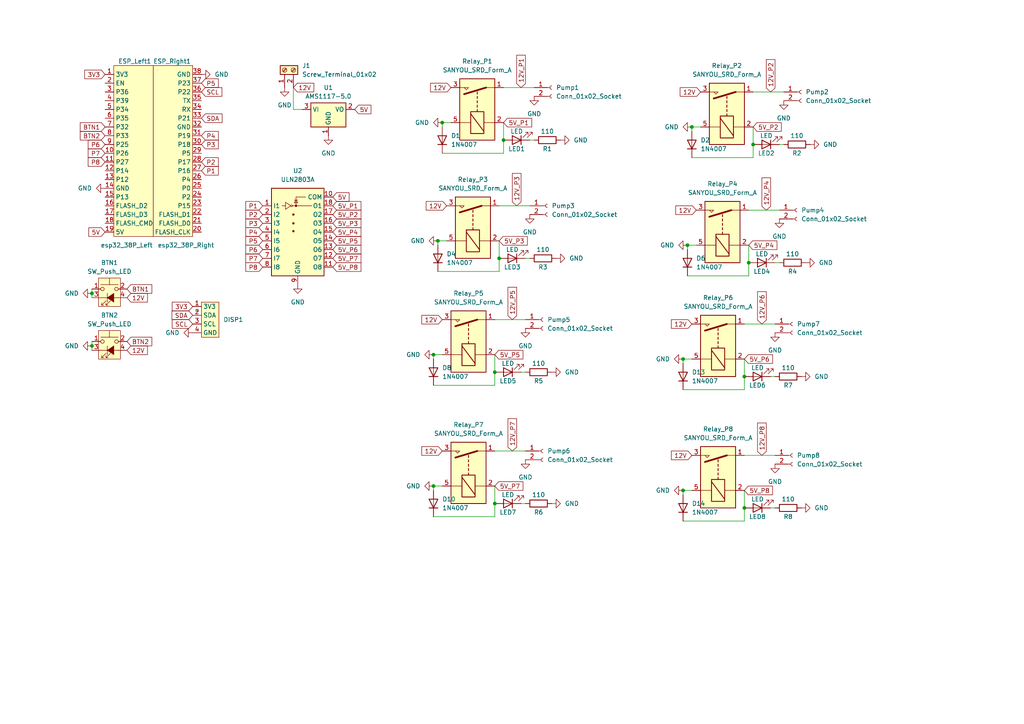
<source format=kicad_sch>
(kicad_sch (version 20230121) (generator eeschema)
  (paper "A4")
  (lib_symbols
    (symbol "Connector:Conn_01x02_Socket" (pin_names (offset 1.016) hide)
      (property "Reference" "J" (at 0 2.54 0))
      (property "Value" "Conn_01x02_Socket" (at 0 -5.08 0))
      (symbol "Conn_01x02_Socket_1_1"
        (arc (start 0 -2.032) (mid -0.5058 -2.54) (end 0 -3.048) (stroke (width 0.1524)))
        (polyline (pts (xy -1.27 -2.54) (xy -0.508 -2.54)) (stroke (width 0.1524)))
        (polyline (pts (xy -1.27 0) (xy -0.508 0)) (stroke (width 0.1524)))
        (arc (start 0 0.508) (mid -0.5058 0) (end 0 -0.508) (stroke (width 0.1524)))
        (pin passive line (at -5.08 0 0) (length 3.81) (name "Pin_1") (number "1"))
        (pin passive line (at -5.08 -2.54 0) (length 3.81) (name "Pin_2") (number "2"))
      )
    )
    (symbol "Connector:Screw_Terminal_01x02" (pin_names (offset 1.016) hide)
      (property "Reference" "J" (at 0 2.54 0))
      (property "Value" "Screw_Terminal_01x02" (at 0 -5.08 0))
      (symbol "Screw_Terminal_01x02_1_1"
        (rectangle (start -1.27 1.27) (end 1.27 -3.81) (stroke (width 0.254)) (fill (type background)))
        (circle (center 0 -2.54) (radius 0.635) (stroke (width 0.1524)))
        (polyline (pts (xy -0.5334 -2.2098) (xy 0.3302 -3.048)) (stroke (width 0.1524)))
        (polyline (pts (xy -0.5334 0.3302) (xy 0.3302 -0.508)) (stroke (width 0.1524)))
        (polyline (pts (xy -0.3556 -2.032) (xy 0.508 -2.8702)) (stroke (width 0.1524)))
        (polyline (pts (xy -0.3556 0.508) (xy 0.508 -0.3302)) (stroke (width 0.1524)))
        (circle (center 0 0) (radius 0.635) (stroke (width 0.1524)))
        (pin passive line (at -5.08 0 0) (length 3.81) (name "Pin_1") (number "1"))
        (pin passive line (at -5.08 -2.54 0) (length 3.81) (name "Pin_2") (number "2"))
      )
    )
    (symbol "Device:LED" (pin_numbers hide) (pin_names (offset 1.016) hide)
      (property "Reference" "D" (at 0 2.54 0))
      (property "Value" "LED" (at 0 -2.54 0))
      (symbol "LED_0_1"
        (polyline (pts (xy -1.27 -1.27) (xy -1.27 1.27)) (stroke (width 0.254)))
        (polyline (pts (xy -1.27 0) (xy 1.27 0)))
        (polyline (pts (xy 1.27 -1.27) (xy 1.27 1.27) (xy -1.27 0) (xy 1.27 -1.27)) (stroke (width 0.254)))
        (polyline (pts (xy -3.048 -0.762) (xy -4.572 -2.286) (xy -3.81 -2.286) (xy -4.572 -2.286) (xy -4.572 -1.524)))
        (polyline (pts (xy -1.778 -0.762) (xy -3.302 -2.286) (xy -2.54 -2.286) (xy -3.302 -2.286) (xy -3.302 -1.524)))
      )
      (symbol "LED_1_1"
        (pin passive line (at -3.81 0 0) (length 2.54) (name "K") (number "1"))
        (pin passive line (at 3.81 0 180) (length 2.54) (name "A") (number "2"))
      )
    )
    (symbol "Device:R" (pin_numbers hide) (pin_names (offset 0))
      (property "Reference" "R" (at 2.032 0 90))
      (property "Value" "R" (at 0 0 90))
      (symbol "R_0_1"
        (rectangle (start -1.016 -2.54) (end 1.016 2.54) (stroke (width 0.254)))
      )
      (symbol "R_1_1"
        (pin passive line (at 0 3.81 270) (length 1.27) (name "~") (number "1"))
        (pin passive line (at 0 -3.81 90) (length 1.27) (name "~") (number "2"))
      )
    )
    (symbol "Diode:1N4007" (pin_numbers hide) (pin_names hide)
      (property "Reference" "D" (at 0 2.54 0))
      (property "Value" "1N4007" (at 0 -2.54 0))
      (symbol "1N4007_0_1"
        (polyline (pts (xy -1.27 1.27) (xy -1.27 -1.27)) (stroke (width 0.254)))
        (polyline (pts (xy 1.27 0) (xy -1.27 0)))
        (polyline (pts (xy 1.27 1.27) (xy 1.27 -1.27) (xy -1.27 0) (xy 1.27 1.27)) (stroke (width 0.254)))
      )
      (symbol "1N4007_1_1"
        (pin passive line (at -3.81 0 0) (length 2.54) (name "K") (number "1"))
        (pin passive line (at 3.81 0 180) (length 2.54) (name "A") (number "2"))
      )
    )
    (symbol "Regulator_Linear:AMS1117-5.0"
      (property "Reference" "U" (at -3.81 3.175 0))
      (property "Value" "AMS1117-5.0" (at 0 3.175 0))
      (symbol "AMS1117-5.0_0_1"
        (rectangle (start -5.08 -5.08) (end 5.08 1.905) (stroke (width 0.254)) (fill (type background)))
      )
      (symbol "AMS1117-5.0_1_1"
        (pin power_in line (at 0 -7.62 90) (length 2.54) (name "GND") (number "1"))
        (pin power_out line (at 7.62 0 180) (length 2.54) (name "VO") (number "2"))
        (pin power_in line (at -7.62 0 0) (length 2.54) (name "VI") (number "3"))
      )
    )
    (symbol "Relay:SANYOU_SRD_Form_A"
      (property "Reference" "K" (at 8.89 3.81 0))
      (property "Value" "SANYOU_SRD_Form_A" (at 8.89 1.27 0))
      (symbol "SANYOU_SRD_Form_A_0_0"
        (polyline (pts (xy 5.08 5.08) (xy 5.08 2.54) (xy 4.445 3.175) (xy 5.08 3.81)))
      )
      (symbol "SANYOU_SRD_Form_A_0_1"
        (rectangle (start -10.16 5.08) (end 7.62 -5.08) (stroke (width 0.254)) (fill (type background)))
        (rectangle (start -8.255 1.905) (end -1.905 -1.905) (stroke (width 0.254)))
        (polyline (pts (xy -7.62 -1.905) (xy -2.54 1.905)) (stroke (width 0.254)))
        (polyline (pts (xy -5.08 -5.08) (xy -5.08 -1.905)))
        (polyline (pts (xy -5.08 5.08) (xy -5.08 1.905)))
        (polyline (pts (xy -1.905 0) (xy -1.27 0)) (stroke (width 0.254)))
        (polyline (pts (xy -0.635 0) (xy 0 0)) (stroke (width 0.254)))
        (polyline (pts (xy 0.635 0) (xy 1.27 0)) (stroke (width 0.254)))
        (polyline (pts (xy 1.905 0) (xy 2.54 0)) (stroke (width 0.254)))
        (polyline (pts (xy 3.175 0) (xy 3.81 0)) (stroke (width 0.254)))
        (polyline (pts (xy 5.08 -2.54) (xy 3.175 3.81)) (stroke (width 0.508)))
        (polyline (pts (xy 5.08 -2.54) (xy 5.08 -5.08)))
      )
      (symbol "SANYOU_SRD_Form_A_1_1"
        (pin passive line (at 5.08 -7.62 90) (length 2.54) (name "~") (number "1"))
        (pin passive line (at -5.08 -7.62 90) (length 2.54) (name "~") (number "2"))
        (pin passive line (at 5.08 7.62 270) (length 2.54) (name "~") (number "3"))
        (pin passive line (at -5.08 7.62 270) (length 2.54) (name "~") (number "5"))
      )
    )
    (symbol "Switch:SW_Push_LED" (pin_names (offset 1.016) hide)
      (property "Reference" "SW" (at 0 7.62 0))
      (property "Value" "SW_Push_LED" (at 0 -3.81 0))
      (symbol "SW_Push_LED_0_0"
        (polyline (pts (xy -2.54 0) (xy 2.54 0)))
        (polyline (pts (xy -2.286 -2.159) (xy -1.016 -0.889)))
        (polyline (pts (xy -1.016 -2.159) (xy 0.254 -0.889)))
        (polyline (pts (xy -0.635 1.27) (xy -0.635 -1.27)))
        (polyline (pts (xy -2.286 -1.524) (xy -2.286 -2.159) (xy -1.651 -2.159)))
        (polyline (pts (xy -1.016 -1.524) (xy -1.016 -2.159) (xy -0.381 -2.159)))
        (polyline (pts (xy -0.635 0) (xy 1.27 1.27) (xy 1.27 -1.27) (xy -0.635 0)) (fill (type outline)))
      )
      (symbol "SW_Push_LED_0_1"
        (circle (center -2.032 2.54) (radius 0.508))
        (polyline (pts (xy 0 3.81) (xy 0 5.588)))
        (polyline (pts (xy 2.54 3.81) (xy -2.54 3.81)))
        (circle (center 2.032 2.54) (radius 0.508))
        (pin passive line (at -5.08 2.54 0) (length 2.54) (name "1") (number "1"))
        (pin passive line (at 5.08 2.54 180) (length 2.54) (name "2") (number "2"))
        (pin passive line (at -5.08 0 0) (length 2.54) (name "K") (number "3"))
        (pin passive line (at 5.08 0 180) (length 2.54) (name "A") (number "4"))
      )
      (symbol "SW_Push_LED_1_1"
        (rectangle (start -3.175 5.715) (end 3.175 -2.54) (fill (type background)))
      )
    )
    (symbol "Transistor_Array:ULN2803A"
      (property "Reference" "U" (at 0 13.335 0))
      (property "Value" "ULN2803A" (at 0 11.43 0))
      (symbol "ULN2803A_0_1"
        (rectangle (start -7.62 -15.24) (end 7.62 10.16) (stroke (width 0.254)) (fill (type background)))
        (circle (center -1.778 5.08) (radius 0.254))
        (circle (center -1.27 -2.286) (radius 0.254) (fill (type outline)))
        (circle (center -1.27 0) (radius 0.254) (fill (type outline)))
        (circle (center -1.27 2.54) (radius 0.254) (fill (type outline)))
        (circle (center -0.508 5.08) (radius 0.254) (fill (type outline)))
        (polyline (pts (xy -4.572 5.08) (xy -3.556 5.08)))
        (polyline (pts (xy -1.524 5.08) (xy 4.064 5.08)))
        (polyline (pts (xy 0 6.731) (xy -1.016 6.731)))
        (polyline (pts (xy -0.508 5.08) (xy -0.508 7.62) (xy 2.286 7.62)))
        (polyline (pts (xy -3.556 6.096) (xy -3.556 4.064) (xy -2.032 5.08) (xy -3.556 6.096)))
        (polyline (pts (xy 0 5.969) (xy -1.016 5.969) (xy -0.508 6.731) (xy 0 5.969)))
      )
      (symbol "ULN2803A_1_1"
        (pin input line (at -10.16 5.08 0) (length 2.54) (name "I1") (number "1"))
        (pin passive line (at 10.16 7.62 180) (length 2.54) (name "COM") (number "10"))
        (pin open_collector line (at 10.16 -12.7 180) (length 2.54) (name "O8") (number "11"))
        (pin open_collector line (at 10.16 -10.16 180) (length 2.54) (name "O7") (number "12"))
        (pin open_collector line (at 10.16 -7.62 180) (length 2.54) (name "O6") (number "13"))
        (pin open_collector line (at 10.16 -5.08 180) (length 2.54) (name "O5") (number "14"))
        (pin open_collector line (at 10.16 -2.54 180) (length 2.54) (name "O4") (number "15"))
        (pin open_collector line (at 10.16 0 180) (length 2.54) (name "O3") (number "16"))
        (pin open_collector line (at 10.16 2.54 180) (length 2.54) (name "O2") (number "17"))
        (pin open_collector line (at 10.16 5.08 180) (length 2.54) (name "O1") (number "18"))
        (pin input line (at -10.16 2.54 0) (length 2.54) (name "I2") (number "2"))
        (pin input line (at -10.16 0 0) (length 2.54) (name "I3") (number "3"))
        (pin input line (at -10.16 -2.54 0) (length 2.54) (name "I4") (number "4"))
        (pin input line (at -10.16 -5.08 0) (length 2.54) (name "I5") (number "5"))
        (pin input line (at -10.16 -7.62 0) (length 2.54) (name "I6") (number "6"))
        (pin input line (at -10.16 -10.16 0) (length 2.54) (name "I7") (number "7"))
        (pin input line (at -10.16 -12.7 0) (length 2.54) (name "I8") (number "8"))
        (pin power_in line (at 0 -17.78 90) (length 2.54) (name "GND") (number "9"))
      )
    )
    (symbol "custom:I2C_Pads"
      (property "Reference" "U" (at 0 0 0))
      (symbol "I2C_Pads_0_1"
        (rectangle (start 5.08 -7.62) (end 5.08 -7.62))
        (rectangle (start 6.35 -7.62) (end 6.35 -7.62))
        (rectangle (start 6.35 -7.62) (end 6.35 -7.62))
      )
      (symbol "I2C_Pads_1_1"
        (rectangle (start 1.27 2.54) (end 6.35 -7.62) (fill (type background)))
        (pin power_in line (at -1.27 1.27 0) (length 2.54) (name "3V3") (number "1"))
        (pin bidirectional line (at -1.27 -1.27 0) (length 2.54) (name "SDA") (number "2"))
        (pin bidirectional line (at -1.27 -3.81 0) (length 2.54) (name "SCL") (number "3"))
        (pin power_in line (at -1.27 -6.35 0) (length 2.54) (name "GND") (number "4"))
      )
    )
    (symbol "esp32_devboards:esp32_38P_Left"
      (property "Reference" "U" (at 8.89 5.08 0))
      (property "Value" "esp32_38P_Left" (at 8.89 5.08 0))
      (symbol "esp32_38P_Left_1_1"
        (rectangle (start -11.43 26.67) (end 0 -22.86) (fill (type background)))
        (pin power_in line (at -13.97 24.13 0) (length 2.54) (name "3V3") (number "1"))
        (pin bidirectional line (at -13.97 1.27 0) (length 2.54) (name "P26") (number "10"))
        (pin bidirectional line (at -13.97 -1.27 0) (length 2.54) (name "P27") (number "11"))
        (pin bidirectional line (at -13.97 -3.81 0) (length 2.54) (name "P14") (number "12"))
        (pin bidirectional line (at -13.97 -6.35 0) (length 2.54) (name "P12") (number "13"))
        (pin power_in line (at -13.97 -8.89 0) (length 2.54) (name "GND") (number "14"))
        (pin bidirectional line (at -13.97 -11.43 0) (length 2.54) (name "P13") (number "15"))
        (pin bidirectional line (at -13.97 -13.97 0) (length 2.54) (name "FLASH_D2") (number "16"))
        (pin bidirectional line (at -13.97 -16.51 0) (length 2.54) (name "FLASH_D3") (number "17"))
        (pin bidirectional line (at -13.97 -19.05 0) (length 2.54) (name "FLASH_CMD") (number "18"))
        (pin power_in line (at -13.97 -21.59 0) (length 2.54) (name "5V") (number "19"))
        (pin input line (at -13.97 21.59 0) (length 2.54) (name "EN") (number "2"))
        (pin input line (at -13.97 19.05 0) (length 2.54) (name "P36") (number "3"))
        (pin input line (at -13.97 16.51 0) (length 2.54) (name "P39") (number "4"))
        (pin bidirectional line (at -13.97 13.97 0) (length 2.54) (name "P34") (number "5"))
        (pin bidirectional line (at -13.97 11.43 0) (length 2.54) (name "P35") (number "6"))
        (pin bidirectional line (at -13.97 8.89 0) (length 2.54) (name "P32") (number "7"))
        (pin bidirectional line (at -13.97 6.35 0) (length 2.54) (name "P33") (number "8"))
        (pin bidirectional line (at -13.97 3.81 0) (length 2.54) (name "P25") (number "9"))
      )
    )
    (symbol "esp32_devboards:esp32_38P_Right"
      (property "Reference" "U" (at 8.89 5.08 0))
      (property "Value" "esp32_38P_Right" (at 8.89 5.08 0))
      (symbol "esp32_38P_Right_0_1"
        (rectangle (start 1.27 25.4) (end 1.27 25.4))
      )
      (symbol "esp32_38P_Right_1_1"
        (rectangle (start 0 26.67) (end 11.43 -22.86) (fill (type background)))
        (pin bidirectional line (at 13.97 -21.59 180) (length 2.54) (name "FLASH_CLK") (number "20"))
        (pin bidirectional line (at 13.97 -19.05 180) (length 2.54) (name "FLASH_D0") (number "21"))
        (pin bidirectional line (at 13.97 -16.51 180) (length 2.54) (name "FLASH_D1") (number "22"))
        (pin bidirectional line (at 13.97 -13.97 180) (length 2.54) (name "P15") (number "23"))
        (pin bidirectional line (at 13.97 -11.43 180) (length 2.54) (name "P2") (number "24"))
        (pin bidirectional line (at 13.97 -8.89 180) (length 2.54) (name "P0") (number "25"))
        (pin bidirectional line (at 13.97 -6.35 180) (length 2.54) (name "P4") (number "26"))
        (pin bidirectional line (at 13.97 -3.81 180) (length 2.54) (name "P16") (number "27"))
        (pin bidirectional line (at 13.97 -1.27 180) (length 2.54) (name "P17") (number "28"))
        (pin bidirectional line (at 13.97 1.27 180) (length 2.54) (name "P5") (number "29"))
        (pin bidirectional line (at 13.97 3.81 180) (length 2.54) (name "P18") (number "30"))
        (pin bidirectional line (at 13.97 6.35 180) (length 2.54) (name "P19") (number "31"))
        (pin power_in line (at 13.97 8.89 180) (length 2.54) (name "GND") (number "32"))
        (pin bidirectional line (at 13.97 11.43 180) (length 2.54) (name "P21") (number "33"))
        (pin bidirectional line (at 13.97 13.97 180) (length 2.54) (name "RX") (number "34"))
        (pin bidirectional line (at 13.97 16.51 180) (length 2.54) (name "TX") (number "35"))
        (pin bidirectional line (at 13.97 19.05 180) (length 2.54) (name "P22") (number "36"))
        (pin bidirectional line (at 13.97 21.59 180) (length 2.54) (name "P23") (number "37"))
        (pin power_in line (at 13.97 24.13 180) (length 2.54) (name "GND") (number "38"))
      )
    )
    (symbol "power:GND" (power) (pin_names (offset 0))
      (property "Value" "GND" (at 0 -3.81 0))
      (symbol "GND_0_1"
        (polyline (pts (xy 0 0) (xy 0 -1.27) (xy 1.27 -1.27) (xy 0 -2.54) (xy -1.27 -1.27) (xy 0 -1.27)))
      )
      (symbol "GND_1_1"
        (pin power_in line (at 0 0 270) (length 0) hide (name "GND") (number "1"))
      )
    )
  )
  (junction (at 143.51 146.05))
  (junction (at 143.51 107.95))
  (junction (at 198.12 104.14))
  (junction (at 215.9 147.32))
  (junction (at 144.78 74.93))
  (junction (at 125.73 140.97))
  (junction (at 26.67 85.09))
  (junction (at 200.66 36.83))
  (junction (at 26.67 100.33))
  (junction (at 125.73 102.87))
  (junction (at 128.27 35.56))
  (junction (at 199.39 71.12))
  (junction (at 146.05 40.64))
  (junction (at 127 69.85))
  (junction (at 217.17 76.2))
  (junction (at 215.9 109.22))
  (junction (at 218.44 41.91))
  (junction (at 198.12 142.24))
  (wire (pts (xy 128.27 102.87) (xy 125.73 102.87)))
  (wire (pts (xy 224.79 147.32) (xy 223.52 147.32)))
  (wire (pts (xy 146.05 40.64) (xy 146.05 44.45)))
  (wire (pts (xy 125.73 149.86) (xy 143.51 149.86)))
  (wire (pts (xy 153.67 74.93) (xy 152.4 74.93)))
  (wire (pts (xy 201.93 71.12) (xy 199.39 71.12)))
  (wire (pts (xy 26.67 83.82) (xy 26.67 85.09)))
  (wire (pts (xy 203.2 36.83) (xy 200.66 36.83)))
  (wire (pts (xy 200.66 142.24) (xy 198.12 142.24)))
  (wire (pts (xy 26.67 100.33) (xy 26.67 101.6)))
  (wire (pts (xy 130.81 35.56) (xy 128.27 35.56)))
  (wire (pts (xy 198.12 142.24) (xy 198.12 143.51)))
  (wire (pts (xy 198.12 104.14) (xy 198.12 105.41)))
  (wire (pts (xy 125.73 102.87) (xy 125.73 104.14)))
  (wire (pts (xy 217.17 60.96) (xy 226.06 60.96)))
  (wire (pts (xy 198.12 151.13) (xy 215.9 151.13)))
  (wire (pts (xy 215.9 132.08) (xy 224.79 132.08)))
  (wire (pts (xy 144.78 59.69) (xy 153.67 59.69)))
  (wire (pts (xy 144.78 69.85) (xy 144.78 74.93)))
  (wire (pts (xy 146.05 35.56) (xy 146.05 40.64)))
  (wire (pts (xy 143.51 92.71) (xy 152.4 92.71)))
  (wire (pts (xy 143.51 102.87) (xy 143.51 107.95)))
  (wire (pts (xy 152.4 107.95) (xy 151.13 107.95)))
  (wire (pts (xy 200.66 45.72) (xy 218.44 45.72)))
  (wire (pts (xy 218.44 26.67) (xy 227.33 26.67)))
  (wire (pts (xy 215.9 142.24) (xy 215.9 147.32)))
  (wire (pts (xy 215.9 104.14) (xy 215.9 109.22)))
  (wire (pts (xy 146.05 25.4) (xy 154.94 25.4)))
  (wire (pts (xy 217.17 71.12) (xy 217.17 76.2)))
  (wire (pts (xy 200.66 36.83) (xy 200.66 38.1)))
  (wire (pts (xy 129.54 69.85) (xy 127 69.85)))
  (wire (pts (xy 215.9 93.98) (xy 224.79 93.98)))
  (wire (pts (xy 226.06 76.2) (xy 224.79 76.2)))
  (wire (pts (xy 26.67 85.09) (xy 26.67 86.36)))
  (wire (pts (xy 85.09 25.4) (xy 85.09 31.75)))
  (wire (pts (xy 199.39 71.12) (xy 199.39 72.39)))
  (wire (pts (xy 143.51 130.81) (xy 152.4 130.81)))
  (wire (pts (xy 128.27 35.56) (xy 128.27 36.83)))
  (wire (pts (xy 143.51 146.05) (xy 143.51 149.86)))
  (wire (pts (xy 127 69.85) (xy 127 71.12)))
  (wire (pts (xy 26.67 99.06) (xy 26.67 100.33)))
  (wire (pts (xy 128.27 140.97) (xy 125.73 140.97)))
  (wire (pts (xy 85.09 31.75) (xy 87.63 31.75)))
  (wire (pts (xy 215.9 109.22) (xy 215.9 113.03)))
  (wire (pts (xy 199.39 80.01) (xy 217.17 80.01)))
  (wire (pts (xy 127 78.74) (xy 144.78 78.74)))
  (wire (pts (xy 217.17 76.2) (xy 217.17 80.01)))
  (wire (pts (xy 144.78 74.93) (xy 144.78 78.74)))
  (wire (pts (xy 128.27 44.45) (xy 146.05 44.45)))
  (wire (pts (xy 224.79 109.22) (xy 223.52 109.22)))
  (wire (pts (xy 227.33 41.91) (xy 226.06 41.91)))
  (wire (pts (xy 154.94 40.64) (xy 153.67 40.64)))
  (wire (pts (xy 125.73 140.97) (xy 125.73 142.24)))
  (wire (pts (xy 218.44 41.91) (xy 218.44 45.72)))
  (wire (pts (xy 152.4 146.05) (xy 151.13 146.05)))
  (wire (pts (xy 143.51 140.97) (xy 143.51 146.05)))
  (wire (pts (xy 125.73 111.76) (xy 143.51 111.76)))
  (wire (pts (xy 218.44 36.83) (xy 218.44 41.91)))
  (wire (pts (xy 198.12 113.03) (xy 215.9 113.03)))
  (wire (pts (xy 215.9 147.32) (xy 215.9 151.13)))
  (wire (pts (xy 200.66 104.14) (xy 198.12 104.14)))
  (wire (pts (xy 143.51 107.95) (xy 143.51 111.76)))
  (global_label "P4" (shape input) (at 76.2 67.31 180) (property "Intersheetrefs" "${INTERSHEET_REFS}" (effects hide)))
  (global_label "5V_P4" (shape input) (at 96.52 67.31 0) (property "Intersheetrefs" "${INTERSHEET_REFS}" (effects hide)))
  (global_label "P1" (shape input) (at 76.2 59.69 180) (property "Intersheetrefs" "${INTERSHEET_REFS}" (effects hide)))
  (global_label "P5" (shape input) (at 58.42 24.13 0) (property "Intersheetrefs" "${INTERSHEET_REFS}" (effects hide)))
  (global_label "5V_P5" (shape input) (at 143.51 102.87 0) (property "Intersheetrefs" "${INTERSHEET_REFS}" (effects hide)))
  (global_label "5V" (shape input) (at 30.48 67.31 180) (property "Intersheetrefs" "${INTERSHEET_REFS}" (effects hide)))
  (global_label "5V_P4" (shape input) (at 217.17 71.12 0) (property "Intersheetrefs" "${INTERSHEET_REFS}" (effects hide)))
  (global_label "P8" (shape input) (at 30.48 46.99 180) (property "Intersheetrefs" "${INTERSHEET_REFS}" (effects hide)))
  (global_label "5V_P2" (shape input) (at 218.44 36.83 0) (property "Intersheetrefs" "${INTERSHEET_REFS}" (effects hide)))
  (global_label "12V" (shape input) (at 85.09 25.4 0) (property "Intersheetrefs" "${INTERSHEET_REFS}" (effects hide)))
  (global_label "SCL" (shape input) (at 58.42 26.67 0) (property "Intersheetrefs" "${INTERSHEET_REFS}" (effects hide)))
  (global_label "5V_P7" (shape input) (at 143.51 140.97 0) (property "Intersheetrefs" "${INTERSHEET_REFS}" (effects hide)))
  (global_label "P4" (shape input) (at 58.42 39.37 0) (property "Intersheetrefs" "${INTERSHEET_REFS}" (effects hide)))
  (global_label "12V" (shape input) (at 200.66 132.08 180) (property "Intersheetrefs" "${INTERSHEET_REFS}" (effects hide)))
  (global_label "5V_P6" (shape input) (at 96.52 72.39 0) (property "Intersheetrefs" "${INTERSHEET_REFS}" (effects hide)))
  (global_label "12V" (shape input) (at 128.27 92.71 180) (property "Intersheetrefs" "${INTERSHEET_REFS}" (effects hide)))
  (global_label "12V_P1" (shape input) (at 151.13 25.4 90) (property "Intersheetrefs" "${INTERSHEET_REFS}" (effects hide)))
  (global_label "5V_P1" (shape input) (at 96.52 59.69 0) (property "Intersheetrefs" "${INTERSHEET_REFS}" (effects hide)))
  (global_label "12V" (shape input) (at 201.93 60.96 180) (property "Intersheetrefs" "${INTERSHEET_REFS}" (effects hide)))
  (global_label "12V_P6" (shape input) (at 220.98 93.98 90) (property "Intersheetrefs" "${INTERSHEET_REFS}" (effects hide)))
  (global_label "P2" (shape input) (at 58.42 46.99 0) (property "Intersheetrefs" "${INTERSHEET_REFS}" (effects hide)))
  (global_label "5V_P7" (shape input) (at 96.52 74.93 0) (property "Intersheetrefs" "${INTERSHEET_REFS}" (effects hide)))
  (global_label "5V_P3" (shape input) (at 144.78 69.85 0) (property "Intersheetrefs" "${INTERSHEET_REFS}" (effects hide)))
  (global_label "12V_P2" (shape input) (at 223.52 26.67 90) (property "Intersheetrefs" "${INTERSHEET_REFS}" (effects hide)))
  (global_label "P1" (shape input) (at 58.42 49.53 0) (property "Intersheetrefs" "${INTERSHEET_REFS}" (effects hide)))
  (global_label "P7" (shape input) (at 30.48 44.45 180) (property "Intersheetrefs" "${INTERSHEET_REFS}" (effects hide)))
  (global_label "BTN2" (shape input) (at 36.83 99.06 0) (property "Intersheetrefs" "${INTERSHEET_REFS}" (effects hide)))
  (global_label "5V_P2" (shape input) (at 96.52 62.23 0) (property "Intersheetrefs" "${INTERSHEET_REFS}" (effects hide)))
  (global_label "P6" (shape input) (at 30.48 41.91 180) (property "Intersheetrefs" "${INTERSHEET_REFS}" (effects hide)))
  (global_label "5V" (shape input) (at 96.52 57.15 0) (property "Intersheetrefs" "${INTERSHEET_REFS}" (effects hide)))
  (global_label "12V" (shape input) (at 36.83 86.36 0) (property "Intersheetrefs" "${INTERSHEET_REFS}" (effects hide)))
  (global_label "12V" (shape input) (at 130.81 25.4 180) (property "Intersheetrefs" "${INTERSHEET_REFS}" (effects hide)))
  (global_label "P7" (shape input) (at 76.2 74.93 180) (property "Intersheetrefs" "${INTERSHEET_REFS}" (effects hide)))
  (global_label "5V_P8" (shape input) (at 96.52 77.47 0) (property "Intersheetrefs" "${INTERSHEET_REFS}" (effects hide)))
  (global_label "SCL" (shape input) (at 55.88 93.98 180) (property "Intersheetrefs" "${INTERSHEET_REFS}" (effects hide)))
  (global_label "5V_P8" (shape input) (at 215.9 142.24 0) (property "Intersheetrefs" "${INTERSHEET_REFS}" (effects hide)))
  (global_label "5V_P6" (shape input) (at 215.9 104.14 0) (property "Intersheetrefs" "${INTERSHEET_REFS}" (effects hide)))
  (global_label "P8" (shape input) (at 76.2 77.47 180) (property "Intersheetrefs" "${INTERSHEET_REFS}" (effects hide)))
  (global_label "12V" (shape input) (at 200.66 93.98 180) (property "Intersheetrefs" "${INTERSHEET_REFS}" (effects hide)))
  (global_label "5V_P5" (shape input) (at 96.52 69.85 0) (property "Intersheetrefs" "${INTERSHEET_REFS}" (effects hide)))
  (global_label "3V3" (shape input) (at 55.88 88.9 180) (property "Intersheetrefs" "${INTERSHEET_REFS}" (effects hide)))
  (global_label "5V_P3" (shape input) (at 96.52 64.77 0) (property "Intersheetrefs" "${INTERSHEET_REFS}" (effects hide)))
  (global_label "SDA" (shape input) (at 55.88 91.44 180) (property "Intersheetrefs" "${INTERSHEET_REFS}" (effects hide)))
  (global_label "BTN2" (shape input) (at 30.48 39.37 180) (property "Intersheetrefs" "${INTERSHEET_REFS}" (effects hide)))
  (global_label "12V_P3" (shape input) (at 149.86 59.69 90) (property "Intersheetrefs" "${INTERSHEET_REFS}" (effects hide)))
  (global_label "12V" (shape input) (at 129.54 59.69 180) (property "Intersheetrefs" "${INTERSHEET_REFS}" (effects hide)))
  (global_label "12V" (shape input) (at 203.2 26.67 180) (property "Intersheetrefs" "${INTERSHEET_REFS}" (effects hide)))
  (global_label "12V" (shape input) (at 36.83 101.6 0) (property "Intersheetrefs" "${INTERSHEET_REFS}" (effects hide)))
  (global_label "12V" (shape input) (at 128.27 130.81 180) (property "Intersheetrefs" "${INTERSHEET_REFS}" (effects hide)))
  (global_label "12V_P8" (shape input) (at 220.98 132.08 90) (property "Intersheetrefs" "${INTERSHEET_REFS}" (effects hide)))
  (global_label "P3" (shape input) (at 76.2 64.77 180) (property "Intersheetrefs" "${INTERSHEET_REFS}" (effects hide)))
  (global_label "SDA" (shape input) (at 58.42 34.29 0) (property "Intersheetrefs" "${INTERSHEET_REFS}" (effects hide)))
  (global_label "3V3" (shape input) (at 30.48 21.59 180) (property "Intersheetrefs" "${INTERSHEET_REFS}" (effects hide)))
  (global_label "12V_P5" (shape input) (at 148.59 92.71 90) (property "Intersheetrefs" "${INTERSHEET_REFS}" (effects hide)))
  (global_label "5V_P1" (shape input) (at 146.05 35.56 0) (property "Intersheetrefs" "${INTERSHEET_REFS}" (effects hide)))
  (global_label "12V_P4" (shape input) (at 222.25 60.96 90) (property "Intersheetrefs" "${INTERSHEET_REFS}" (effects hide)))
  (global_label "P6" (shape input) (at 76.2 72.39 180) (property "Intersheetrefs" "${INTERSHEET_REFS}" (effects hide)))
  (global_label "P3" (shape input) (at 58.42 41.91 0) (property "Intersheetrefs" "${INTERSHEET_REFS}" (effects hide)))
  (global_label "5V" (shape input) (at 102.87 31.75 0) (property "Intersheetrefs" "${INTERSHEET_REFS}" (effects hide)))
  (global_label "P5" (shape input) (at 76.2 69.85 180) (property "Intersheetrefs" "${INTERSHEET_REFS}" (effects hide)))
  (global_label "12V_P7" (shape input) (at 148.59 130.81 90) (property "Intersheetrefs" "${INTERSHEET_REFS}" (effects hide)))
  (global_label "P2" (shape input) (at 76.2 62.23 180) (property "Intersheetrefs" "${INTERSHEET_REFS}" (effects hide)))
  (global_label "BTN1" (shape input) (at 30.48 36.83 180) (property "Intersheetrefs" "${INTERSHEET_REFS}" (effects hide)))
  (global_label "BTN1" (shape input) (at 36.83 83.82 0) (property "Intersheetrefs" "${INTERSHEET_REFS}" (effects hide)))
  (symbol (lib_id "Relay:SANYOU_SRD_Form_A") (at 210.82 31.75 90) (unit 1)
    (property "Reference" "Relay_P2" (at 210.82 19.05 90))
    (property "Value" "SANYOU_SRD_Form_A" (at 210.82 21.59 90))
    (property "Footprint" "Relay_THT:Relay_SPST_SANYOU_SRD_Series_Form_A" (effects hide))
    (property "Datasheet" "http://www.sanyourelay.ca/public/products/pdf/SRD.pdf" (effects hide))
    (property "LCSC" "C688862" (effects hide))
  )
  (symbol (lib_id "Connector:Conn_01x02_Socket") (at 160.02 25.4 0) (unit 1) (in_bom no)
    (property "Reference" "Pump1" (at 161.29 25.4 0) (effects (justify left)))
    (property "Value" "Conn_01x02_Socket" (at 161.29 27.94 0) (effects (justify left)))
    (property "Footprint" "Connector_Wire:SolderWire-1.5sqmm_1x02_P6mm_D1.7mm_OD3mm_Relief" (effects hide))
  )
  (symbol (lib_id "Diode:1N4007") (at 198.12 147.32 90) (unit 1)
    (property "Reference" "D14" (at 200.66 146.05 90) (effects (justify right)))
    (property "Value" "1N4007" (at 200.66 148.59 90) (effects (justify right)))
    (property "Footprint" "Diode_SMD:D_SOD-123" (effects hide))
    (property "Datasheet" "http://www.vishay.com/docs/88503/1n4001.pdf" (effects hide))
    (property "Sim.Device" "D" (effects hide))
    (property "Sim.Pins" "1=K 2=A" (effects hide))
    (property "LCSC" "C3018540" (effects hide))
  )
  (symbol (lib_id "power:GND") (at 128.27 35.56 270) (unit 1)
    (property "Reference" "#PWR06" (effects hide))
    (property "Value" "GND" (at 124.46 35.56 90) (effects (justify right)))
  )
  (symbol (lib_id "Device:R") (at 229.87 76.2 90) (unit 1)
    (property "Reference" "R4" (at 229.87 78.74 90))
    (property "Value" "110" (at 229.87 73.66 90))
    (property "Footprint" "Resistor_SMD:R_0603_1608Metric" (effects hide))
    (property "LCSC" "C22781" (effects hide))
  )
  (symbol (lib_id "power:GND") (at 199.39 71.12 270) (unit 1)
    (property "Reference" "#PWR014" (effects hide))
    (property "Value" "GND" (at 195.58 71.12 90) (effects (justify right)))
  )
  (symbol (lib_id "Connector:Conn_01x02_Socket") (at 157.48 92.71 0) (unit 1) (in_bom no)
    (property "Reference" "Pump5" (at 158.75 92.71 0) (effects (justify left)))
    (property "Value" "Conn_01x02_Socket" (at 158.75 95.25 0) (effects (justify left)))
    (property "Footprint" "Connector_Wire:SolderWire-1.5sqmm_1x02_P6mm_D1.7mm_OD3mm_Relief" (effects hide))
  )
  (symbol (lib_id "Device:LED") (at 149.86 40.64 180) (unit 1)
    (property "Reference" "LED1" (at 149.86 43.18 0))
    (property "Value" "LED" (at 149.86 38.1 0))
    (property "Footprint" "LED_SMD:LED_0805_2012Metric" (effects hide))
    (property "LCSC" "C2297" (effects hide))
  )
  (symbol (lib_id "Diode:1N4007") (at 199.39 76.2 90) (unit 1)
    (property "Reference" "D6" (at 201.93 74.93 90) (effects (justify right)))
    (property "Value" "1N4007" (at 201.93 77.47 90) (effects (justify right)))
    (property "Footprint" "Diode_SMD:D_SOD-123" (effects hide))
    (property "Datasheet" "http://www.vishay.com/docs/88503/1n4001.pdf" (effects hide))
    (property "Sim.Device" "D" (effects hide))
    (property "Sim.Pins" "1=K 2=A" (effects hide))
    (property "LCSC" "C3018540" (effects hide))
  )
  (symbol (lib_id "Relay:SANYOU_SRD_Form_A") (at 208.28 99.06 90) (unit 1)
    (property "Reference" "Relay_P6" (at 208.28 86.36 90))
    (property "Value" "SANYOU_SRD_Form_A" (at 208.28 88.9 90))
    (property "Footprint" "Relay_THT:Relay_SPST_SANYOU_SRD_Series_Form_A" (effects hide))
    (property "Datasheet" "http://www.sanyourelay.ca/public/products/pdf/SRD.pdf" (effects hide))
    (property "LCSC" "C688862" (effects hide))
  )
  (symbol (lib_id "Device:LED") (at 148.59 74.93 180) (unit 1)
    (property "Reference" "LED3" (at 148.59 77.47 0))
    (property "Value" "LED" (at 148.59 72.39 0))
    (property "Footprint" "LED_SMD:LED_0805_2012Metric" (effects hide))
    (property "LCSC" "C2297" (effects hide))
  )
  (symbol (lib_id "Transistor_Array:ULN2803A") (at 86.36 64.77 0) (unit 1)
    (property "Reference" "U2" (at 86.36 49.53 0))
    (property "Value" "ULN2803A" (at 86.36 52.07 0))
    (property "Footprint" "Package_SO:SOP-18_7.495x11.515mm_P1.27mm" (effects hide))
    (property "Datasheet" "http://www.ti.com/lit/ds/symlink/uln2803a.pdf" (effects hide))
    (property "LCSC" "C5252904" (effects hide))
  )
  (symbol (lib_id "Device:R") (at 158.75 40.64 90) (unit 1)
    (property "Reference" "R1" (at 158.75 43.18 90))
    (property "Value" "110" (at 158.75 38.1 90))
    (property "Footprint" "Resistor_SMD:R_0603_1608Metric" (effects hide))
    (property "LCSC" "C22781" (effects hide))
  )
  (symbol (lib_id "Device:R") (at 228.6 147.32 90) (unit 1)
    (property "Reference" "R8" (at 228.6 149.86 90))
    (property "Value" "110" (at 228.6 144.78 90))
    (property "Footprint" "Resistor_SMD:R_0603_1608Metric" (effects hide))
    (property "LCSC" "C22781" (effects hide))
  )
  (symbol (lib_id "Switch:SW_Push_LED") (at 31.75 101.6 0) (unit 1)
    (property "Reference" "BTN2" (at 31.75 91.44 0))
    (property "Value" "SW_Push_LED" (at 31.75 93.98 0))
    (property "Footprint" "Connector_PinHeader_2.54mm:PinHeader_1x04_P2.54mm_Vertical" (effects hide))
    (property "LCSC" "C5116483" (effects hide))
  )
  (symbol (lib_id "power:GND") (at 55.88 96.52 270) (unit 1)
    (property "Reference" "#PWR032" (effects hide))
    (property "Value" "GND" (at 52.07 96.52 90) (effects (justify right)))
  )
  (symbol (lib_id "Device:R") (at 231.14 41.91 90) (unit 1)
    (property "Reference" "R2" (at 231.14 44.45 90))
    (property "Value" "110" (at 231.14 39.37 90))
    (property "Footprint" "Resistor_SMD:R_0603_1608Metric" (effects hide))
    (property "LCSC" "C22781" (effects hide))
  )
  (symbol (lib_id "Connector:Conn_01x02_Socket") (at 229.87 132.08 0) (unit 1) (in_bom no)
    (property "Reference" "Pump8" (at 231.14 132.08 0) (effects (justify left)))
    (property "Value" "Conn_01x02_Socket" (at 231.14 134.62 0) (effects (justify left)))
    (property "Footprint" "Connector_Wire:SolderWire-1.5sqmm_1x02_P6mm_D1.7mm_OD3mm_Relief" (effects hide))
  )
  (symbol (lib_id "Relay:SANYOU_SRD_Form_A") (at 135.89 97.79 90) (unit 1)
    (property "Reference" "Relay_P5" (at 135.89 85.09 90))
    (property "Value" "SANYOU_SRD_Form_A" (at 135.89 87.63 90))
    (property "Footprint" "Relay_THT:Relay_SPST_SANYOU_SRD_Series_Form_A" (effects hide))
    (property "Datasheet" "http://www.sanyourelay.ca/public/products/pdf/SRD.pdf" (effects hide))
    (property "LCSC" "C688862" (effects hide))
  )
  (symbol (lib_id "power:GND") (at 153.67 62.23 0) (unit 1)
    (property "Reference" "#PWR012" (effects hide))
    (property "Value" "GND" (at 153.67 67.31 0))
  )
  (symbol (lib_id "power:GND") (at 125.73 102.87 270) (unit 1)
    (property "Reference" "#PWR018" (effects hide))
    (property "Value" "GND" (at 121.92 102.87 90) (effects (justify right)))
  )
  (symbol (lib_id "power:GND") (at 26.67 100.33 270) (unit 1)
    (property "Reference" "#PWR031" (effects hide))
    (property "Value" "GND" (at 22.86 100.33 90) (effects (justify right)))
  )
  (symbol (lib_id "Connector:Conn_01x02_Socket") (at 232.41 26.67 0) (unit 1) (in_bom no)
    (property "Reference" "Pump2" (at 233.68 26.67 0) (effects (justify left)))
    (property "Value" "Conn_01x02_Socket" (at 233.68 29.21 0) (effects (justify left)))
    (property "Footprint" "Connector_Wire:SolderWire-1.5sqmm_1x02_P6mm_D1.7mm_OD3mm_Relief" (effects hide))
  )
  (symbol (lib_id "Diode:1N4007") (at 128.27 40.64 90) (unit 1)
    (property "Reference" "D1" (at 130.81 39.37 90) (effects (justify right)))
    (property "Value" "1N4007" (at 130.81 41.91 90) (effects (justify right)))
    (property "Footprint" "Diode_SMD:D_SOD-123" (effects hide))
    (property "Datasheet" "http://www.vishay.com/docs/88503/1n4001.pdf" (effects hide))
    (property "Sim.Device" "D" (effects hide))
    (property "Sim.Pins" "1=K 2=A" (effects hide))
    (property "LCSC" "C3018540" (effects hide))
  )
  (symbol (lib_id "power:GND") (at 152.4 133.35 0) (unit 1)
    (property "Reference" "#PWR021" (effects hide))
    (property "Value" "GND" (at 152.4 138.43 0))
  )
  (symbol (lib_id "power:GND") (at 95.25 39.37 0) (unit 1)
    (property "Reference" "#PWR02" (effects hide))
    (property "Value" "GND" (at 95.25 44.45 0))
  )
  (symbol (lib_id "Device:R") (at 228.6 109.22 90) (unit 1)
    (property "Reference" "R7" (at 228.6 111.76 90))
    (property "Value" "110" (at 228.6 106.68 90))
    (property "Footprint" "Resistor_SMD:R_0603_1608Metric" (effects hide))
    (property "LCSC" "C22781" (effects hide))
  )
  (symbol (lib_id "power:GND") (at 226.06 63.5 0) (unit 1)
    (property "Reference" "#PWR016" (effects hide))
    (property "Value" "GND" (at 226.06 68.58 0))
  )
  (symbol (lib_id "power:GND") (at 125.73 140.97 270) (unit 1)
    (property "Reference" "#PWR019" (effects hide))
    (property "Value" "GND" (at 121.92 140.97 90) (effects (justify right)))
  )
  (symbol (lib_id "power:GND") (at 152.4 95.25 0) (unit 1)
    (property "Reference" "#PWR020" (effects hide))
    (property "Value" "GND" (at 152.4 100.33 0))
  )
  (symbol (lib_id "power:GND") (at 127 69.85 270) (unit 1)
    (property "Reference" "#PWR011" (effects hide))
    (property "Value" "GND" (at 123.19 69.85 90) (effects (justify right)))
  )
  (symbol (lib_id "power:GND") (at 82.55 25.4 0) (unit 1)
    (property "Reference" "#PWR01" (effects hide))
    (property "Value" "GND" (at 82.55 30.48 0))
  )
  (symbol (lib_id "power:GND") (at 154.94 27.94 0) (unit 1)
    (property "Reference" "#PWR05" (effects hide))
    (property "Value" "GND" (at 154.94 33.02 0))
  )
  (symbol (lib_id "power:GND") (at 232.41 147.32 90) (unit 1)
    (property "Reference" "#PWR029" (effects hide))
    (property "Value" "GND" (at 236.22 147.32 90) (effects (justify right)))
  )
  (symbol (lib_id "power:GND") (at 224.79 96.52 0) (unit 1)
    (property "Reference" "#PWR026" (effects hide))
    (property "Value" "GND" (at 224.79 101.6 0))
  )
  (symbol (lib_id "Device:LED") (at 219.71 147.32 180) (unit 1)
    (property "Reference" "LED8" (at 219.71 149.86 0))
    (property "Value" "LED" (at 219.71 144.78 0))
    (property "Footprint" "LED_SMD:LED_0805_2012Metric" (effects hide))
    (property "LCSC" "C2297" (effects hide))
  )
  (symbol (lib_id "power:GND") (at 232.41 109.22 90) (unit 1)
    (property "Reference" "#PWR028" (effects hide))
    (property "Value" "GND" (at 236.22 109.22 90) (effects (justify right)))
  )
  (symbol (lib_id "power:GND") (at 200.66 36.83 270) (unit 1)
    (property "Reference" "#PWR08" (effects hide))
    (property "Value" "GND" (at 196.85 36.83 90) (effects (justify right)))
  )
  (symbol (lib_id "Connector:Conn_01x02_Socket") (at 231.14 60.96 0) (unit 1) (in_bom no)
    (property "Reference" "Pump4" (at 232.41 60.96 0) (effects (justify left)))
    (property "Value" "Conn_01x02_Socket" (at 232.41 63.5 0) (effects (justify left)))
    (property "Footprint" "Connector_Wire:SolderWire-1.5sqmm_1x02_P6mm_D1.7mm_OD3mm_Relief" (effects hide))
  )
  (symbol (lib_id "Connector:Conn_01x02_Socket") (at 158.75 59.69 0) (unit 1) (in_bom no)
    (property "Reference" "Pump3" (at 160.02 59.69 0) (effects (justify left)))
    (property "Value" "Conn_01x02_Socket" (at 160.02 62.23 0) (effects (justify left)))
    (property "Footprint" "Connector_Wire:SolderWire-1.5sqmm_1x02_P6mm_D1.7mm_OD3mm_Relief" (effects hide))
  )
  (symbol (lib_id "power:GND") (at 224.79 134.62 0) (unit 1)
    (property "Reference" "#PWR027" (effects hide))
    (property "Value" "GND" (at 224.79 139.7 0))
  )
  (symbol (lib_id "Diode:1N4007") (at 125.73 146.05 90) (unit 1)
    (property "Reference" "D10" (at 128.27 144.78 90) (effects (justify right)))
    (property "Value" "1N4007" (at 128.27 147.32 90) (effects (justify right)))
    (property "Footprint" "Diode_SMD:D_SOD-123" (effects hide))
    (property "Datasheet" "http://www.vishay.com/docs/88503/1n4001.pdf" (effects hide))
    (property "Sim.Device" "D" (effects hide))
    (property "Sim.Pins" "1=K 2=A" (effects hide))
    (property "LCSC" "C3018540" (effects hide))
  )
  (symbol (lib_id "power:GND") (at 198.12 142.24 270) (unit 1)
    (property "Reference" "#PWR025" (effects hide))
    (property "Value" "GND" (at 194.31 142.24 90) (effects (justify right)))
  )
  (symbol (lib_id "Diode:1N4007") (at 127 74.93 90) (unit 1)
    (property "Reference" "D4" (at 129.54 73.66 90) (effects (justify right)))
    (property "Value" "1N4007" (at 129.54 76.2 90) (effects (justify right)))
    (property "Footprint" "Diode_SMD:D_SOD-123" (effects hide))
    (property "Datasheet" "http://www.vishay.com/docs/88503/1n4001.pdf" (effects hide))
    (property "Sim.Device" "D" (effects hide))
    (property "Sim.Pins" "1=K 2=A" (effects hide))
    (property "LCSC" "C3018540" (effects hide))
  )
  (symbol (lib_id "Relay:SANYOU_SRD_Form_A") (at 209.55 66.04 90) (unit 1)
    (property "Reference" "Relay_P4" (at 209.55 53.34 90))
    (property "Value" "SANYOU_SRD_Form_A" (at 209.55 55.88 90))
    (property "Footprint" "Relay_THT:Relay_SPST_SANYOU_SRD_Series_Form_A" (effects hide))
    (property "Datasheet" "http://www.sanyourelay.ca/public/products/pdf/SRD.pdf" (effects hide))
    (property "LCSC" "C688862" (effects hide))
  )
  (symbol (lib_id "Device:LED") (at 222.25 41.91 180) (unit 1)
    (property "Reference" "LED2" (at 222.25 44.45 0))
    (property "Value" "LED" (at 222.25 39.37 0))
    (property "Footprint" "LED_SMD:LED_0805_2012Metric" (effects hide))
    (property "LCSC" "C2297" (effects hide))
  )
  (symbol (lib_id "Relay:SANYOU_SRD_Form_A") (at 137.16 64.77 90) (unit 1)
    (property "Reference" "Relay_P3" (at 137.16 52.07 90))
    (property "Value" "SANYOU_SRD_Form_A" (at 137.16 54.61 90))
    (property "Footprint" "Relay_THT:Relay_SPST_SANYOU_SRD_Series_Form_A" (effects hide))
    (property "Datasheet" "http://www.sanyourelay.ca/public/products/pdf/SRD.pdf" (effects hide))
    (property "LCSC" "C688862" (effects hide))
  )
  (symbol (lib_id "Diode:1N4007") (at 198.12 109.22 90) (unit 1)
    (property "Reference" "D13" (at 200.66 107.95 90) (effects (justify right)))
    (property "Value" "1N4007" (at 200.66 110.49 90) (effects (justify right)))
    (property "Footprint" "Diode_SMD:D_SOD-123" (effects hide))
    (property "Datasheet" "http://www.vishay.com/docs/88503/1n4001.pdf" (effects hide))
    (property "Sim.Device" "D" (effects hide))
    (property "Sim.Pins" "1=K 2=A" (effects hide))
    (property "LCSC" "C3018540" (effects hide))
  )
  (symbol (lib_id "Device:LED") (at 220.98 76.2 180) (unit 1)
    (property "Reference" "LED4" (at 220.98 78.74 0))
    (property "Value" "LED" (at 220.98 73.66 0))
    (property "Footprint" "LED_SMD:LED_0805_2012Metric" (effects hide))
    (property "LCSC" "C2297" (effects hide))
  )
  (symbol (lib_id "power:GND") (at 160.02 146.05 90) (unit 1)
    (property "Reference" "#PWR023" (effects hide))
    (property "Value" "GND" (at 163.83 146.05 90) (effects (justify right)))
  )
  (symbol (lib_id "power:GND") (at 227.33 29.21 0) (unit 1)
    (property "Reference" "#PWR09" (effects hide))
    (property "Value" "GND" (at 227.33 34.29 0))
  )
  (symbol (lib_id "custom:I2C_Pads") (at 57.15 90.17 0) (unit 1)
    (property "Reference" "DISP1" (at 64.77 92.71 0) (effects (justify left)))
    (property "Value" "~" (at 57.15 90.17 0))
    (property "Footprint" "Connector_PinSocket_2.54mm:PinSocket_1x04_P2.54mm_Horizontal" (effects hide))
    (property "LCSC" "C5333413" (effects hide))
  )
  (symbol (lib_id "power:GND") (at 160.02 107.95 90) (unit 1)
    (property "Reference" "#PWR022" (effects hide))
    (property "Value" "GND" (at 163.83 107.95 90) (effects (justify right)))
  )
  (symbol (lib_id "Switch:SW_Push_LED") (at 31.75 86.36 0) (unit 1)
    (property "Reference" "BTN1" (at 31.75 76.2 0))
    (property "Value" "SW_Push_LED" (at 31.75 78.74 0))
    (property "Footprint" "Connector_PinHeader_2.54mm:PinHeader_1x04_P2.54mm_Vertical" (effects hide))
    (property "LCSC" "C5116483" (effects hide))
  )
  (symbol (lib_id "power:GND") (at 161.29 74.93 90) (unit 1)
    (property "Reference" "#PWR013" (effects hide))
    (property "Value" "GND" (at 165.1 74.93 90) (effects (justify right)))
  )
  (symbol (lib_id "power:GND") (at 198.12 104.14 270) (unit 1)
    (property "Reference" "#PWR024" (effects hide))
    (property "Value" "GND" (at 194.31 104.14 90) (effects (justify right)))
  )
  (symbol (lib_id "power:GND") (at 30.48 54.61 270) (unit 1)
    (property "Reference" "#PWR03" (effects hide))
    (property "Value" "GND" (at 26.67 54.61 90) (effects (justify right)))
  )
  (symbol (lib_id "Connector:Screw_Terminal_01x02") (at 82.55 20.32 90) (unit 1)
    (property "Reference" "J1" (at 87.63 19.05 90) (effects (justify right)))
    (property "Value" "Screw_Terminal_01x02" (at 87.63 21.59 90) (effects (justify right)))
    (property "Footprint" "TerminalBlock_Philmore:TerminalBlock_Philmore_TB132_1x02_P5.00mm_Horizontal" (effects hide))
    (property "LCSC" "C8385" (effects hide))
  )
  (symbol (lib_id "Connector:Conn_01x02_Socket") (at 157.48 130.81 0) (unit 1) (in_bom no)
    (property "Reference" "Pump6" (at 158.75 130.81 0) (effects (justify left)))
    (property "Value" "Conn_01x02_Socket" (at 158.75 133.35 0) (effects (justify left)))
    (property "Footprint" "Connector_Wire:SolderWire-1.5sqmm_1x02_P6mm_D1.7mm_OD3mm_Relief" (effects hide))
  )
  (symbol (lib_id "power:GND") (at 26.67 85.09 270) (unit 1)
    (property "Reference" "#PWR030" (effects hide))
    (property "Value" "GND" (at 22.86 85.09 90) (effects (justify right)))
  )
  (symbol (lib_id "Device:LED") (at 147.32 107.95 180) (unit 1)
    (property "Reference" "LED5" (at 147.32 110.49 0))
    (property "Value" "LED" (at 147.32 105.41 0))
    (property "Footprint" "LED_SMD:LED_0805_2012Metric" (effects hide))
    (property "LCSC" "C2297" (effects hide))
  )
  (symbol (lib_id "power:GND") (at 86.36 82.55 0) (unit 1)
    (property "Reference" "#PWR04" (effects hide))
    (property "Value" "GND" (at 86.36 87.63 0))
  )
  (symbol (lib_id "power:GND") (at 233.68 76.2 90) (unit 1)
    (property "Reference" "#PWR017" (effects hide))
    (property "Value" "GND" (at 237.49 76.2 90) (effects (justify right)))
  )
  (symbol (lib_id "Device:R") (at 157.48 74.93 90) (unit 1)
    (property "Reference" "R3" (at 157.48 77.47 90))
    (property "Value" "110" (at 157.48 72.39 90))
    (property "Footprint" "Resistor_SMD:R_0603_1608Metric" (effects hide))
    (property "LCSC" "C22781" (effects hide))
  )
  (symbol (lib_id "Diode:1N4007") (at 200.66 41.91 90) (unit 1)
    (property "Reference" "D2" (at 203.2 40.64 90) (effects (justify right)))
    (property "Value" "1N4007" (at 203.2 43.18 90) (effects (justify right)))
    (property "Footprint" "Diode_SMD:D_SOD-123" (effects hide))
    (property "Datasheet" "http://www.vishay.com/docs/88503/1n4001.pdf" (effects hide))
    (property "Sim.Device" "D" (effects hide))
    (property "Sim.Pins" "1=K 2=A" (effects hide))
    (property "LCSC" "C3018540" (effects hide))
  )
  (symbol (lib_id "Connector:Conn_01x02_Socket") (at 229.87 93.98 0) (unit 1) (in_bom no)
    (property "Reference" "Pump7" (at 231.14 93.98 0) (effects (justify left)))
    (property "Value" "Conn_01x02_Socket" (at 231.14 96.52 0) (effects (justify left)))
    (property "Footprint" "Connector_Wire:SolderWire-1.5sqmm_1x02_P6mm_D1.7mm_OD3mm_Relief" (effects hide))
  )
  (symbol (lib_id "Relay:SANYOU_SRD_Form_A") (at 135.89 135.89 90) (unit 1)
    (property "Reference" "Relay_P7" (at 135.89 123.19 90))
    (property "Value" "SANYOU_SRD_Form_A" (at 135.89 125.73 90))
    (property "Footprint" "Relay_THT:Relay_SPST_SANYOU_SRD_Series_Form_A" (effects hide))
    (property "Datasheet" "http://www.sanyourelay.ca/public/products/pdf/SRD.pdf" (effects hide))
    (property "LCSC" "C688862" (effects hide))
  )
  (symbol (lib_id "Diode:1N4007") (at 125.73 107.95 90) (unit 1)
    (property "Reference" "D8" (at 128.27 106.68 90) (effects (justify right)))
    (property "Value" "1N4007" (at 128.27 109.22 90) (effects (justify right)))
    (property "Footprint" "Diode_SMD:D_SOD-123" (effects hide))
    (property "Datasheet" "http://www.vishay.com/docs/88503/1n4001.pdf" (effects hide))
    (property "Sim.Device" "D" (effects hide))
    (property "Sim.Pins" "1=K 2=A" (effects hide))
    (property "LCSC" "C3018540" (effects hide))
  )
  (symbol (lib_id "Regulator_Linear:AMS1117-5.0") (at 95.25 31.75 0) (unit 1)
    (property "Reference" "U1" (at 95.25 25.4 0))
    (property "Value" "AMS1117-5.0" (at 95.25 27.94 0))
    (property "Footprint" "Package_TO_SOT_SMD:SOT-223-3_TabPin2" (effects hide))
    (property "Datasheet" "http://www.advanced-monolithic.com/pdf/ds1117.pdf" (effects hide))
    (property "LSCS" "C347223" (effects hide))
  )
  (symbol (lib_id "power:GND") (at 58.42 21.59 90) (unit 1)
    (property "Reference" "#PWR07" (effects hide))
    (property "Value" "GND" (at 62.23 21.59 90) (effects (justify right)))
  )
  (symbol (lib_id "Relay:SANYOU_SRD_Form_A") (at 208.28 137.16 90) (unit 1)
    (property "Reference" "Relay_P8" (at 208.28 124.46 90))
    (property "Value" "SANYOU_SRD_Form_A" (at 208.28 127 90))
    (property "Footprint" "Relay_THT:Relay_SPST_SANYOU_SRD_Series_Form_A" (effects hide))
    (property "Datasheet" "http://www.sanyourelay.ca/public/products/pdf/SRD.pdf" (effects hide))
    (property "LCSC" "C688862" (effects hide))
  )
  (symbol (lib_id "Device:LED") (at 219.71 109.22 180) (unit 1)
    (property "Reference" "LED6" (at 219.71 111.76 0))
    (property "Value" "LED" (at 219.71 106.68 0))
    (property "Footprint" "LED_SMD:LED_0805_2012Metric" (effects hide))
    (property "LCSC" "C2297" (effects hide))
  )
  (symbol (lib_id "power:GND") (at 162.56 40.64 90) (unit 1)
    (property "Reference" "#PWR015" (effects hide))
    (property "Value" "GND" (at 166.37 40.64 90) (effects (justify right)))
  )
  (symbol (lib_id "esp32_devboards:esp32_38P_Right") (at 44.45 45.72 0) (unit 1)
    (property "Reference" "ESP_Right1" (at 44.45 17.78 0) (effects (justify left)))
    (property "Value" "esp32_38P_Right" (at 45.72 71.12 0) (effects (justify left)))
    (property "Footprint" "esp32_devboards:esp32_38P_right" (effects hide))
    (property "LCSC" "C319202" (effects hide))
  )
  (symbol (lib_id "esp32_devboards:esp32_38P_Left") (at 44.45 45.72 0) (unit 1)
    (property "Reference" "ESP_Left1" (at 34.29 17.78 0) (effects (justify left)))
    (property "Value" "esp32_38P_Left" (at 29.21 71.12 0) (effects (justify left)))
    (property "Footprint" "esp32_devboards:esp32_38P_left" (effects hide))
    (property "LCSC" "C319202" (effects hide))
  )
  (symbol (lib_id "Device:LED") (at 147.32 146.05 180) (unit 1)
    (property "Reference" "LED7" (at 147.32 148.59 0))
    (property "Value" "LED" (at 147.32 143.51 0))
    (property "Footprint" "LED_SMD:LED_0805_2012Metric" (effects hide))
    (property "LCSC" "C2297" (effects hide))
  )
  (symbol (lib_id "Device:R") (at 156.21 146.05 90) (unit 1)
    (property "Reference" "R6" (at 156.21 148.59 90))
    (property "Value" "110" (at 156.21 143.51 90))
    (property "Footprint" "Resistor_SMD:R_0603_1608Metric" (effects hide))
    (property "LCSC" "C22781" (effects hide))
  )
  (symbol (lib_id "Device:R") (at 156.21 107.95 90) (unit 1)
    (property "Reference" "R5" (at 156.21 110.49 90))
    (property "Value" "110" (at 156.21 105.41 90))
    (property "Footprint" "Resistor_SMD:R_0603_1608Metric" (effects hide))
    (property "LCSC" "C22781" (effects hide))
  )
  (symbol (lib_id "power:GND") (at 234.95 41.91 90) (unit 1)
    (property "Reference" "#PWR010" (effects hide))
    (property "Value" "GND" (at 238.76 41.91 90) (effects (justify right)))
  )
  (symbol (lib_id "Relay:SANYOU_SRD_Form_A") (at 138.43 30.48 90) (unit 1)
    (property "Reference" "Relay_P1" (at 138.43 17.78 90))
    (property "Value" "SANYOU_SRD_Form_A" (at 138.43 20.32 90))
    (property "Footprint" "Relay_THT:Relay_SPST_SANYOU_SRD_Series_Form_A" (effects hide))
    (property "Datasheet" "http://www.sanyourelay.ca/public/products/pdf/SRD.pdf" (effects hide))
    (property "LCSC" "C688862" (effects hide))
  )
)
</source>
